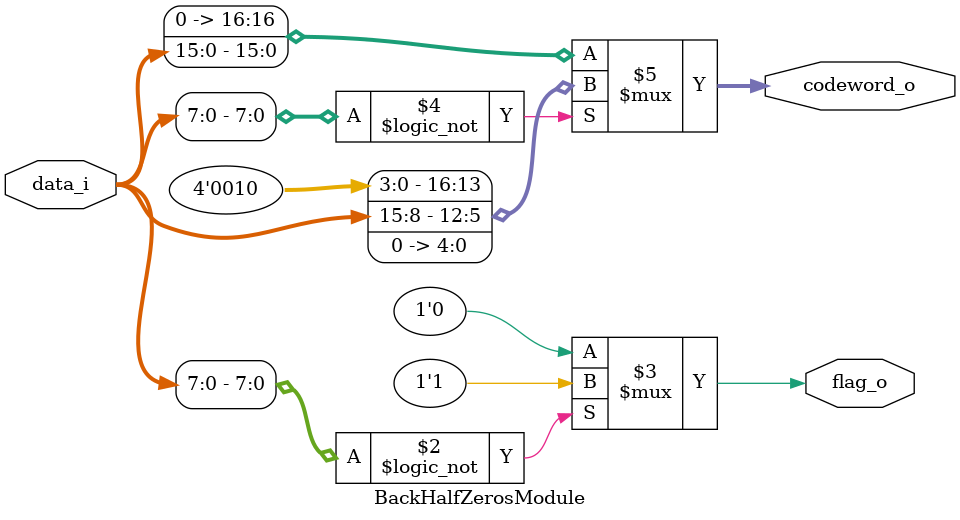
<source format=v>
module ENCODER #(
  parameter   NUM_PATTERNS  = 8,
  parameter   NUM_MODULES   = NUM_PATTERNS-1,

  parameter   LEN_ENCODE    = $clog2(NUM_PATTERNS)
)(
  input  [255:0] scanned_i,

  output [  8:0] size_o,
  output [119:0] startidx_o,
  output [271:0] codewords_o
);
  // synopsys template

  // rename input
  wire[15:0] scanned[0:15];
  genvar i;
  generate
    for (i = 0; i < 16; i = i + 1) begin : input_rename
      assign scanned[i] = scanned_i[(16 - i) * 16 - 1 : (15 - i) * 16];
    end
  endgenerate

  // instantiate BPEncoders
  wire[0:15] isZeros;
  wire[4:0] BP_sizelist[0:15];
  wire[16:0] BP_codewords[0:15];

  genvar j;
  generate
    for (j = 0; j < 16; j = j + 1) begin : BPEncoder
      BPEncoder BP_ENCODER (
        .scanned_i (scanned[j]),
        .isZero_o  (isZeros[j]),
        .size_o    (BP_sizelist[j]),
        .codeword_o(BP_codewords[j])
      );
    end
  endgenerate

  // instantiate ZRLE
  wire[79:0] ZRL_sizelist_contiguous;
  wire[4:0] ZRL_sizelist[0:15];
  wire[271:0] ZRL_codewords_contiguous;
  wire[16:0] ZRL_codewords[0:15];

  ZRLEncoder ZRL_ENCODER (
    .isZeros_i  (isZeros),
    .sizelist_o (ZRL_sizelist_contiguous),
    .codewords_o(ZRL_codewords_contiguous)
  );

  genvar k;
  generate
    for (k = 0; k < 16; k = k + 1) begin : ZRL_rename
      assign ZRL_sizelist[k] = ZRL_sizelist_contiguous[(16 - k) * 5 - 1 : (15 - k) * 5];
      assign ZRL_codewords[k] = ZRL_codewords_contiguous[(16 - k) * 17 - 1 : (15 - k) * 17];
    end
  endgenerate

  // integrate sizelists
  wire[4:0] sizelist[0:15];

  genvar integ_i, integ_j;
  generate 
    for (integ_i = 0; integ_i <= 15; integ_i = integ_i + 1) begin : integrate_sizelist_loop1
      for (integ_j = 0; integ_j <= 4; integ_j = integ_j + 1) begin : integrate_sizelist_loop2
        assign sizelist[integ_i][integ_j] = BP_sizelist[integ_i][integ_j] & ZRL_sizelist[integ_i][integ_j];
      end
    end
  endgenerate

  // integrate codewords
  wire[16:0] codewords[0:15];

  genvar integ_k, integ_l;
  generate
    for (integ_k = 0; integ_k <= 15; integ_k = integ_k + 1) begin : integrate_codewords_loop1
      for (integ_l = 0; integ_l <= 16; integ_l = integ_l + 1) begin : integrate_codewords_loop2
        assign codewords[integ_k][integ_l] = BP_codewords[integ_k][integ_l] & ZRL_codewords[integ_k][integ_l];
      end
    end
  endgenerate

  // output rename
  wire [79:0] sizelist_contiguous;
  genvar l;
  generate
    for (l = 0; l < 16; l = l + 1) begin : output_rename
      assign sizelist_contiguous[(16 - l) * 5 - 1 : (15 - l) * 5] = sizelist[l];
      assign codewords_o[(16 - l) * 17 - 1 : (15 - l) * 17] = codewords[l];
    end
  endgenerate

  // compressed size adder
  Adder   #(
    .NUM_PATTERNS   (NUM_PATTERNS)
  ) SIZE_ADDER (
    .sizelist_i(sizelist_contiguous),
    .size_o(size_o),
    .startidx_o(startidx_o)
  );

endmodule

/*** submodules ***/
module ZRLEncoder	(
  input  [0:15] isZeros_i,

  output [ 79:0] sizelist_o,
  output [271:0] codewords_o
);

  // localparams
  localparam[ 3:0] encodingBitsZero = 4'b0011;
  localparam[12:0] zeroDummyBits = 13'b0000000000000;
  localparam[ 4:0] zeroSize = 5'd4;

  localparam[ 2:0] encodingBitsZRL  = 3'b010;
  localparam[ 9:0] zrlDummyBits = 10'b0000000000;
  localparam[ 4:0] zrlSize = 5'd7;

  // rename outputs
  reg[4:0] sizelist[0:15];
  reg[16:0] codewords[0:15];

  genvar i;
  generate
    for (i = 0; i < 16; i = i + 1) begin : output_rename
      assign sizelist_o[(16 - i) * 5 - 1 : (15 - i) * 5] = sizelist[i];
      assign codewords_o[(16 - i) * 17 - 1 : (15 - i) * 17] = codewords[i];
    end
  endgenerate

  // Module #0
  always @(isZeros_i) begin
    casez (isZeros_i)
      16'b10??_????_????_???? : begin
        sizelist[0] = zeroSize;
        codewords[0] = {encodingBitsZero, zeroDummyBits};
      end

      16'b110?_????_????_???? :	begin
        sizelist[0] = zrlSize;
        codewords[0] = {encodingBitsZRL, 4'b0001, zrlDummyBits};
      end

      16'b1110_????_????_???? :	begin
        sizelist[0] = zrlSize;
        codewords[0] = {encodingBitsZRL, 4'b0010, zrlDummyBits};
      end

      16'b1111_0???_????_???? :	begin
        sizelist[0] = zrlSize;
        codewords[0] = {encodingBitsZRL, 4'b0011, zrlDummyBits};
      end

      16'b1111_10??_????_???? :	begin
        sizelist[0] = zrlSize;
        codewords[0] = {encodingBitsZRL, 4'b0100, zrlDummyBits};
      end

      16'b1111_110?_????_???? :	begin
        sizelist[0] = zrlSize;
        codewords[0] = {encodingBitsZRL, 4'b0101, zrlDummyBits};
      end

      16'b1111_1110_????_???? :	begin
        sizelist[0] = zrlSize;
        codewords[0] = {encodingBitsZRL, 4'b0110, zrlDummyBits};
      end

      16'b1111_1111_0???_???? :	begin
        sizelist[0] = zrlSize;
        codewords[0] = {encodingBitsZRL, 4'b0111, zrlDummyBits};
      end

      16'b1111_1111_10??_???? :	begin
        sizelist[0] = zrlSize;
        codewords[0] = {encodingBitsZRL, 4'b1000, zrlDummyBits};
      end

      16'b1111_1111_110?_???? :	begin
        sizelist[0] = zrlSize;
        codewords[0] = {encodingBitsZRL, 4'b1001, zrlDummyBits};
      end

      16'b1111_1111_1110_???? :	begin
        sizelist[0] = zrlSize;
        codewords[0] = {encodingBitsZRL, 4'b1010, zrlDummyBits};
      end

      16'b1111_1111_1111_0??? :	begin
        sizelist[0] = zrlSize;
        codewords[0] = {encodingBitsZRL, 4'b1011, zrlDummyBits};
      end

      16'b1111_1111_1111_10?? :	begin
        sizelist[0] = zrlSize;
        codewords[0] = {encodingBitsZRL, 4'b1100, zrlDummyBits};
      end

      16'b1111_1111_1111_110? :	begin
        sizelist[0] = zrlSize;
        codewords[0] = {encodingBitsZRL, 4'b1101, zrlDummyBits};
      end

      16'b1111_1111_1111_1110 :	begin
        sizelist[0] = zrlSize;
        codewords[0] = {encodingBitsZRL, 4'b1110, zrlDummyBits};
      end

      // 16'b1111_1111_1111_1111
      // All Zero,  No need to be implemented

      default :	begin
        sizelist[0] = 5'b11111;
        codewords[0] = 17'h1ffff;
      end
    endcase
  end

  // Module #1
  always @(isZeros_i) begin
    casez (isZeros_i)
      16'b11??_????_????_???? :	begin
        sizelist[1] = 5'd0;
        codewords[1] = 17'h00000;
      end

      16'b010?_????_????_???? :	begin
        sizelist[1] = zeroSize;
        codewords[1] = {encodingBitsZero, zeroDummyBits};
      end

      16'b0110_????_????_???? :	begin
        sizelist[1] = zrlSize;
        codewords[1] = {encodingBitsZRL, 4'b0001, zrlDummyBits};
      end

      16'b0111_0???_????_???? :	begin
        sizelist[1] = zrlSize;
        codewords[1] = {encodingBitsZRL, 4'b0010, zrlDummyBits};
      end

      16'b0111_10??_????_???? :	begin
        sizelist[1] = zrlSize;
        codewords[1] = {encodingBitsZRL, 4'b0011, zrlDummyBits};
      end

      16'b0111_110?_????_???? :	begin
        sizelist[1] = zrlSize;
        codewords[1] = {encodingBitsZRL, 4'b0100, zrlDummyBits};
      end

      16'b0111_1110_????_???? :	begin
        sizelist[1] = zrlSize;
        codewords[1] = {encodingBitsZRL, 4'b0101, zrlDummyBits};
      end

      16'b0111_1111_0???_???? :	begin
        sizelist[1] = zrlSize;
        codewords[1] = {encodingBitsZRL, 4'b0110, zrlDummyBits};
      end

      16'b0111_1111_10??_???? :	begin
        sizelist[1] = zrlSize;
        codewords[1] = {encodingBitsZRL, 4'b0111, zrlDummyBits};
      end

      16'b0111_1111_110?_???? :	begin
        sizelist[1] = zrlSize;
        codewords[1] = {encodingBitsZRL, 4'b1000, zrlDummyBits};
      end

      16'b0111_1111_1110_???? :	begin
        sizelist[1] = zrlSize;
        codewords[1] = {encodingBitsZRL, 4'b1001, zrlDummyBits};
      end

      16'b0111_1111_1111_0??? :	begin
        sizelist[1] = zrlSize;
        codewords[1] = {encodingBitsZRL, 4'b1010, zrlDummyBits};
      end

      16'b0111_1111_1111_10?? :	begin
        sizelist[1] = zrlSize;
        codewords[1] = {encodingBitsZRL, 4'b1011, zrlDummyBits};
      end

      16'b0111_1111_1111_110? :	begin
        sizelist[1] = zrlSize;
        codewords[1] = {encodingBitsZRL, 4'b1100, zrlDummyBits};
      end

      16'b0111_1111_1111_1110 :	begin
        sizelist[1] = zrlSize;
        codewords[1] = {encodingBitsZRL, 4'b1101, zrlDummyBits};
      end

      16'b0111_1111_1111_1111 :	begin
        sizelist[1] = zrlSize;
        codewords[1] = {encodingBitsZRL, 4'b1110, zrlDummyBits};
      end

      default :	begin
        sizelist[1] = 5'b11111;
        codewords[1] = 17'h1ffff;
      end
    endcase
  end

  // Module #2
  always @(isZeros_i) begin
    casez (isZeros_i)
      16'b?11?_????_????_???? :	begin
        sizelist[2] = 5'd0;
        codewords[2] = 17'h00000;
      end

      16'b?010_????_????_???? :	begin
        sizelist[2] = zeroSize;
        codewords[2] = {encodingBitsZero, zeroDummyBits};
      end

      16'b?011_0???_????_???? :	begin
        sizelist[2] = zrlSize;
        codewords[2] = {encodingBitsZRL, 4'b0001, zrlDummyBits};
      end

      16'b?011_10??_????_???? :	begin
        sizelist[2] = zrlSize;
        codewords[2] = {encodingBitsZRL, 4'b0010, zrlDummyBits};
      end

      16'b?011_110?_????_???? :	begin
        sizelist[2] = zrlSize;
        codewords[2] = {encodingBitsZRL, 4'b0011, zrlDummyBits};
      end

      16'b?011_1110_????_???? :	begin
        sizelist[2] = zrlSize;
        codewords[2] = {encodingBitsZRL, 4'b0100, zrlDummyBits};
      end

      16'b?011_1111_0???_???? :	begin
        sizelist[2] = zrlSize;
        codewords[2] = {encodingBitsZRL, 4'b0101, zrlDummyBits};
      end

      16'b?011_1111_10??_???? :	begin
        sizelist[2] = zrlSize;
        codewords[2] = {encodingBitsZRL, 4'b0110, zrlDummyBits};
      end

      16'b?011_1111_110?_???? :	begin
        sizelist[2] = zrlSize;
        codewords[2] = {encodingBitsZRL, 4'b0111, zrlDummyBits};
      end

      16'b?011_1111_1110_???? :	begin
        sizelist[2] = zrlSize;
        codewords[2] = {encodingBitsZRL, 4'b1000, zrlDummyBits};
      end

      16'b?011_1111_1111_0??? :	begin
        sizelist[2] = zrlSize;
        codewords[2] = {encodingBitsZRL, 4'b1001, zrlDummyBits};
      end

      16'b?011_1111_1111_10?? :	begin
        sizelist[2] = zrlSize;
        codewords[2] = {encodingBitsZRL, 4'b1010, zrlDummyBits};
      end

      16'b?011_1111_1111_110? :	begin
        sizelist[2] = zrlSize;
        codewords[2] = {encodingBitsZRL, 4'b1011, zrlDummyBits};
      end

      16'b?011_1111_1111_1110 :	begin
        sizelist[2] = zrlSize;
        codewords[2] = {encodingBitsZRL, 4'b1100, zrlDummyBits};
      end

      16'b?011_1111_1111_1111 :	begin
        sizelist[2] = zrlSize;
        codewords[2] = {encodingBitsZRL, 4'b1101, zrlDummyBits};
      end

      default :	begin
        sizelist[2] = 5'b11111;
        codewords[2] = 17'h1ffff;
      end
    endcase
  end

  // Module #3
  always @(isZeros_i) begin
    casez (isZeros_i)
      16'b??11_????_????_???? :	begin
        sizelist[3] = 5'd0;
        codewords[3] = 17'h00000;
      end

      16'b??01_0???_????_???? :	begin
        sizelist[3] = zeroSize;
        codewords[3] = {encodingBitsZero, zeroDummyBits};
      end

      16'b??01_10??_????_???? :	begin
        sizelist[3] = zrlSize;
        codewords[3] = {encodingBitsZRL, 4'b0001, zrlDummyBits};
      end

      16'b??01_110?_????_???? :	begin
        sizelist[3] = zrlSize;
        codewords[3] = {encodingBitsZRL, 4'b0010, zrlDummyBits};
      end

      16'b??01_1110_????_???? :	begin
        sizelist[3] = zrlSize;
        codewords[3] = {encodingBitsZRL, 4'b0011, zrlDummyBits};
      end

      16'b??01_1111_0???_???? :	begin
        sizelist[3] = zrlSize;
        codewords[3] = {encodingBitsZRL, 4'b0100, zrlDummyBits};
      end

      16'b??01_1111_10??_???? :	begin
        sizelist[3] = zrlSize;
        codewords[3] = {encodingBitsZRL, 4'b0101, zrlDummyBits};
      end

      16'b??01_1111_110?_???? :	begin
        sizelist[3] = zrlSize;
        codewords[3] = {encodingBitsZRL, 4'b0110, zrlDummyBits};
      end

      16'b??01_1111_1110_???? :	begin
        sizelist[3] = zrlSize;
        codewords[3] = {encodingBitsZRL, 4'b0111, zrlDummyBits};
      end

      16'b??01_1111_1111_0??? :	begin
        sizelist[3] = zrlSize;
        codewords[3] = {encodingBitsZRL, 4'b1000, zrlDummyBits};
      end

      16'b??01_1111_1111_10?? :	begin
        sizelist[3] = zrlSize;
        codewords[3] = {encodingBitsZRL, 4'b1001, zrlDummyBits};
      end

      16'b??01_1111_1111_110? :	begin
        sizelist[3] = zrlSize;
        codewords[3] = {encodingBitsZRL, 4'b1010, zrlDummyBits};
      end

      16'b??01_1111_1111_1110 :	begin
        sizelist[3] = zrlSize;
        codewords[3] = {encodingBitsZRL, 4'b1011, zrlDummyBits};
      end

      16'b??01_1111_1111_1111 :	begin
        sizelist[3] = zrlSize;
        codewords[3] = {encodingBitsZRL, 4'b1100, zrlDummyBits};
      end

      default :	begin
        sizelist[3] = 5'b11111;
        codewords[3] = 17'h1ffff;
      end
    endcase
  end

  // Module #4
  always @(isZeros_i) begin
    casez (isZeros_i)
      16'b???1_1???_????_???? :	begin
        sizelist[4] = 5'd0;
        codewords[4] = 17'h00000;
      end

      16'b???0_10??_????_???? :	begin
        sizelist[4] = zeroSize;
        codewords[4] = {encodingBitsZero, zeroDummyBits};
      end

      16'b???0_110?_????_???? :	begin
        sizelist[4] = zrlSize;
        codewords[4] = {encodingBitsZRL, 4'b0001, zrlDummyBits};
      end

      16'b???0_1110_????_???? :	begin
        sizelist[4] = zrlSize;
        codewords[4] = {encodingBitsZRL, 4'b0010, zrlDummyBits};
      end

      16'b???0_1111_0???_???? :	begin
        sizelist[4] = zrlSize;
        codewords[4] = {encodingBitsZRL, 4'b0011, zrlDummyBits};
      end

      16'b???0_1111_10??_???? :	begin
        sizelist[4] = zrlSize;
        codewords[4] = {encodingBitsZRL, 4'b0100, zrlDummyBits};
      end

      16'b???0_1111_110?_???? :	begin
        sizelist[4] = zrlSize;
        codewords[4] = {encodingBitsZRL, 4'b0101, zrlDummyBits};
      end

      16'b???0_1111_1110_???? :	begin
        sizelist[4] = zrlSize;
        codewords[4] = {encodingBitsZRL, 4'b0110, zrlDummyBits};
      end

      16'b???0_1111_1111_0??? :	begin
        sizelist[4] = zrlSize;
        codewords[4] = {encodingBitsZRL, 4'b0111, zrlDummyBits};
      end

      16'b???0_1111_1111_10?? :	begin
        sizelist[4] = zrlSize;
        codewords[4] = {encodingBitsZRL, 4'b1000, zrlDummyBits};
      end

      16'b???0_1111_1111_110? :	begin
        sizelist[4] = zrlSize;
        codewords[4] = {encodingBitsZRL, 4'b1001, zrlDummyBits};
      end

      16'b???0_1111_1111_1110 :	begin
        sizelist[4] = zrlSize;
        codewords[4] = {encodingBitsZRL, 4'b1010, zrlDummyBits};
      end

      16'b???0_1111_1111_1111 :	begin
        sizelist[4] = zrlSize;
        codewords[4] = {encodingBitsZRL, 4'b1011, zrlDummyBits};
      end

      default :	begin
        sizelist[4] = 5'b11111;
        codewords[4] = 17'h1ffff;
      end
    endcase
  end

  // Module #5
  always @(isZeros_i) begin
    casez (isZeros_i)
      16'b????_11??_????_???? :	begin
        sizelist[5] = 5'd0;
        codewords[5] = 17'h00000;
      end

      16'b????_010?_????_???? :	begin
        sizelist[5] = zeroSize;
        codewords[5] = {encodingBitsZero, zeroDummyBits};
      end

      16'b????_0110_????_???? :	begin
        sizelist[5] = zrlSize;
        codewords[5] = {encodingBitsZRL, 4'b0001, zrlDummyBits};
      end

      16'b????_0111_0???_???? :	begin
        sizelist[5] = zrlSize;
        codewords[5] = {encodingBitsZRL, 4'b0010, zrlDummyBits};
      end

      16'b????_0111_10??_???? :	begin
        sizelist[5] = zrlSize;
        codewords[5] = {encodingBitsZRL, 4'b0011, zrlDummyBits};
      end

      16'b????_0111_110?_???? :	begin
        sizelist[5] = zrlSize;
        codewords[5] = {encodingBitsZRL, 4'b0100, zrlDummyBits};
      end

      16'b????_0111_1110_???? :	begin
        sizelist[5] = zrlSize;
        codewords[5] = {encodingBitsZRL, 4'b0101, zrlDummyBits};
      end

      16'b????_0111_1111_0??? :	begin
        sizelist[5] = zrlSize;
        codewords[5] = {encodingBitsZRL, 4'b0110, zrlDummyBits};
      end

      16'b????_0111_1111_10?? :	begin
        sizelist[5] = zrlSize;
        codewords[5] = {encodingBitsZRL, 4'b0111, zrlDummyBits};
      end

      16'b????_0111_1111_110? :	begin
        sizelist[5] = zrlSize;
        codewords[5] = {encodingBitsZRL, 4'b1000, zrlDummyBits};
      end

      16'b????_0111_1111_1110 :	begin
        sizelist[5] = zrlSize;
        codewords[5] = {encodingBitsZRL, 4'b1001, zrlDummyBits};
      end

      16'b????_0111_1111_1111 :	begin
        sizelist[5] = zrlSize;
        codewords[5] = {encodingBitsZRL, 4'b1010, zrlDummyBits};
      end

      default :	begin
        sizelist[5] = 5'b11111;
        codewords[5] = 17'h1ffff;
      end
    endcase
  end

  // Module #6
  always @(isZeros_i) begin
    casez (isZeros_i)
      16'b????_?11?_????_???? :	begin
        sizelist[6] = 5'd0;
        codewords[6] = 17'h00000;
      end

      16'b????_?010_????_???? :	begin
        sizelist[6] = zeroSize;
        codewords[6] = {encodingBitsZero, zeroDummyBits};
      end

      16'b????_?011_0???_???? :	begin
        sizelist[6] = zrlSize;
        codewords[6] = {encodingBitsZRL, 4'b0001, zrlDummyBits};
      end

      16'b????_?011_10??_???? :	begin
        sizelist[6] = zrlSize;
        codewords[6] = {encodingBitsZRL, 4'b0010, zrlDummyBits};
      end

      16'b????_?011_110?_???? :	begin
        sizelist[6] = zrlSize;
        codewords[6] = {encodingBitsZRL, 4'b0011, zrlDummyBits};
      end

      16'b????_?011_1110_???? :	begin
        sizelist[6] = zrlSize;
        codewords[6] = {encodingBitsZRL, 4'b0100, zrlDummyBits};
      end

      16'b????_?011_1111_0??? :	begin
        sizelist[6] = zrlSize;
        codewords[6] = {encodingBitsZRL, 4'b0101, zrlDummyBits};
      end

      16'b????_?011_1111_10?? :	begin
        sizelist[6] = zrlSize;
        codewords[6] = {encodingBitsZRL, 4'b0110, zrlDummyBits};
      end

      16'b????_?011_1111_110? :	begin
        sizelist[6] = zrlSize;
        codewords[6] = {encodingBitsZRL, 4'b0111, zrlDummyBits};
      end

      16'b????_?011_1111_1110 :	begin
        sizelist[6] = zrlSize;
        codewords[6] = {encodingBitsZRL, 4'b1000, zrlDummyBits};
      end

      16'b????_?011_1111_1111 :	begin
        sizelist[6] = zrlSize;
        codewords[6] = {encodingBitsZRL, 4'b1001, zrlDummyBits};
      end

      default :	begin
        sizelist[6] = 5'b11111;
        codewords[6] = 17'h1ffff;
      end
    endcase
  end

  // Module #7
  always @(isZeros_i) begin
    casez (isZeros_i)
      16'b????_??11_????_???? :	begin
        sizelist[7] = 5'd0;
        codewords[7] = 17'h00000;
      end

      16'b????_??01_0???_???? :	begin
        sizelist[7] = zeroSize;
        codewords[7] = {encodingBitsZero, zeroDummyBits};
      end

      16'b????_??01_10??_???? :	begin
        sizelist[7] = zrlSize;
        codewords[7] = {encodingBitsZRL, 4'b0001, zrlDummyBits};
      end

      16'b????_??01_110?_???? :	begin
        sizelist[7] = zrlSize;
        codewords[7] = {encodingBitsZRL, 4'b0010, zrlDummyBits};
      end

      16'b????_??01_1110_???? :	begin
        sizelist[7] = zrlSize;
        codewords[7] = {encodingBitsZRL, 4'b0011, zrlDummyBits};
      end

      16'b????_??01_1111_0??? :	begin
        sizelist[7] = zrlSize;
        codewords[7] = {encodingBitsZRL, 4'b0100, zrlDummyBits};
      end

      16'b????_??01_1111_10?? :	begin
        sizelist[7] = zrlSize;
        codewords[7] = {encodingBitsZRL, 4'b0101, zrlDummyBits};
      end

      16'b????_??01_1111_110? :	begin
        sizelist[7] = zrlSize;
        codewords[7] = {encodingBitsZRL, 4'b0110, zrlDummyBits};
      end

      16'b????_??01_1111_1110 :	begin
        sizelist[7] = zrlSize;
        codewords[7] = {encodingBitsZRL, 4'b0111, zrlDummyBits};
      end

      16'b????_??01_1111_1111 :	begin
        sizelist[7] = zrlSize;
        codewords[7] = {encodingBitsZRL, 4'b1000, zrlDummyBits};
      end

      default :	begin
        sizelist[7] = 5'b11111;
        codewords[7] = 17'h1ffff;
      end
    endcase
  end

  // Module #8
  always @(isZeros_i) begin
    casez (isZeros_i)
      16'b????_???1_1???_???? :	begin
        sizelist[8] = 5'd0;
        codewords[8] = 17'h00000;
      end

      16'b????_???0_10??_???? :	begin
        sizelist[8] = zeroSize;
        codewords[8] = {encodingBitsZero, zeroDummyBits};
      end

      16'b????_???0_110?_???? :	begin
        sizelist[8] = zrlSize;
        codewords[8] = {encodingBitsZRL, 4'b0001, zrlDummyBits};
      end

      16'b????_???0_1110_???? :	begin
        sizelist[8] = zrlSize;
        codewords[8] = {encodingBitsZRL, 4'b0010, zrlDummyBits};
      end

      16'b????_???0_1111_0??? :	begin
        sizelist[8] = zrlSize;
        codewords[8] = {encodingBitsZRL, 4'b0011, zrlDummyBits};
      end

      16'b????_???0_1111_10?? :	begin
        sizelist[8] = zrlSize;
        codewords[8] = {encodingBitsZRL, 4'b0100, zrlDummyBits};
      end

      16'b????_???0_1111_110? :	begin
        sizelist[8] = zrlSize;
        codewords[8] = {encodingBitsZRL, 4'b0101, zrlDummyBits};
      end

      16'b????_???0_1111_1110 :	begin
        sizelist[8] = zrlSize;
        codewords[8] = {encodingBitsZRL, 4'b0110, zrlDummyBits};
      end

      16'b????_???0_1111_1111 :	begin
        sizelist[8] = zrlSize;
        codewords[8] = {encodingBitsZRL, 4'b0111, zrlDummyBits};
      end

      default :	begin
        sizelist[8] = 5'b11111;
        codewords[8] = 17'h1ffff;
      end
    endcase
  end

  // Module #9
  always @(isZeros_i) begin
    casez (isZeros_i)
      16'b????_????_11??_???? :	begin
        sizelist[9] = 5'd0;
        codewords[9] = 17'h00000;
      end

      16'b????_????_010?_???? :	begin
        sizelist[9] = zeroSize;
        codewords[9] = {encodingBitsZero, zeroDummyBits};
      end

      16'b????_????_0110_???? :	begin
        sizelist[9] = zrlSize;
        codewords[9] = {encodingBitsZRL, 4'b0001, zrlDummyBits};
      end

      16'b????_????_0111_0??? :	begin
        sizelist[9] = zrlSize;
        codewords[9] = {encodingBitsZRL, 4'b0010, zrlDummyBits};
      end

      16'b????_????_0111_10?? :	begin
        sizelist[9] = zrlSize;
        codewords[9] = {encodingBitsZRL, 4'b0011, zrlDummyBits};
      end

      16'b????_????_0111_110? :	begin
        sizelist[9] = zrlSize;
        codewords[9] = {encodingBitsZRL, 4'b0100, zrlDummyBits};
      end

      16'b????_????_0111_1110 :	begin
        sizelist[9] = zrlSize;
        codewords[9] = {encodingBitsZRL, 4'b0101, zrlDummyBits};
      end

      16'b????_????_0111_1111 :	begin
        sizelist[9] = zrlSize;
        codewords[9] = {encodingBitsZRL, 4'b0110, zrlDummyBits};
      end

      default :	begin
        sizelist[9] = 5'b11111;
        codewords[9] = 17'h1ffff;
      end
    endcase
  end

  // Module #10
  always @(isZeros_i) begin
    casez (isZeros_i)
      16'b????_????_?11?_???? :	begin
        sizelist[10] = 5'd0;
        codewords[10] = 17'h0000;
      end

      16'b????_????_?010_???? :	begin
        sizelist[10] = zeroSize;
        codewords[10] = {encodingBitsZero, zeroDummyBits};
      end

      16'b????_????_?011_0??? :	begin
        sizelist[10] = zrlSize;
        codewords[10] = {encodingBitsZRL, 4'b0001, zrlDummyBits};
      end

      16'b????_????_?011_10?? :	begin
        sizelist[10] = zrlSize;
        codewords[10] = {encodingBitsZRL, 4'b0010, zrlDummyBits};
      end

      16'b????_????_?011_110? :	begin
        sizelist[10] = zrlSize;
        codewords[10] = {encodingBitsZRL, 4'b0011, zrlDummyBits};
      end

      16'b????_????_?011_1110 :	begin
        sizelist[10] = zrlSize;
        codewords[10] = {encodingBitsZRL, 4'b0100, zrlDummyBits};
      end

      16'b????_????_?011_1111 :	begin
        sizelist[10] = zrlSize;
        codewords[10] = {encodingBitsZRL, 4'b0101, zrlDummyBits};
      end

      default :	begin
        sizelist[10] = 5'b11111;
        codewords[10] = 17'h1ffff;
      end
    endcase
  end

  // Module #11
  always @(isZeros_i) begin
    casez (isZeros_i)
      16'b????_????_??11_???? :	begin
        sizelist[11] = 5'd0;
        codewords[11] = 17'h00000;
      end

      16'b????_????_??01_0??? :	begin
        sizelist[11] = zeroSize;
        codewords[11] = {encodingBitsZero, zeroDummyBits};
      end

      16'b????_????_??01_10?? :	begin
        sizelist[11] = zrlSize;
        codewords[11] = {encodingBitsZRL, 4'b0001, zrlDummyBits};
      end

      16'b????_????_??01_110? :	begin
        sizelist[11] = zrlSize;
        codewords[11] = {encodingBitsZRL, 4'b0010, zrlDummyBits};
      end

      16'b????_????_??01_1110 :	begin
        sizelist[11] = zrlSize;
        codewords[11] = {encodingBitsZRL, 4'b0011, zrlDummyBits};
      end

      16'b????_????_??01_1111 :	begin
        sizelist[11] = zrlSize;
        codewords[11] = {encodingBitsZRL, 4'b0100, zrlDummyBits};
      end

      default :	begin
        sizelist[11] = 5'b11111;
        codewords[11] = 17'h1ffff;
      end
    endcase
  end

  // Module #12
  always @(isZeros_i) begin
    casez (isZeros_i)
      16'b????_????_???1_1??? :	begin
        sizelist[12] = 5'd0;
        codewords[12] = 17'h00000;
      end

      16'b????_????_???0_10?? :	begin
        sizelist[12] = zeroSize;
        codewords[12] = {encodingBitsZero, zeroDummyBits};
      end

      16'b????_????_???0_110? :	begin
        sizelist[12] = zrlSize;
        codewords[12] = {encodingBitsZRL, 4'b0001, zrlDummyBits};
      end

      16'b????_????_???0_1110 :	begin
        sizelist[12] = zrlSize;
        codewords[12] = {encodingBitsZRL, 4'b0010, zrlDummyBits};
      end

      16'b????_????_???0_1111 :	begin
        sizelist[12] = zrlSize;
        codewords[12] = {encodingBitsZRL, 4'b0011, zrlDummyBits};
      end

      default :	begin
        sizelist[12] = 5'b11111;
        codewords[12] = 17'h1ffff;
      end
    endcase
  end

  // Module #13
  always @(isZeros_i) begin
    casez (isZeros_i)
      16'b????_????_????_11?? :	begin
        sizelist[13] = 5'd0;
        codewords[13] = 17'h00000;
      end

      16'b????_????_????_010? :	begin
        sizelist[13] = zeroSize;
        codewords[13] = {encodingBitsZero, zeroDummyBits};
      end

      16'b????_????_????_0110 :	begin
        sizelist[13] = zrlSize;
        codewords[13] = {encodingBitsZRL, 4'b0001, zrlDummyBits};
      end

      16'b????_????_????_0111 :	begin
        sizelist[13] = zrlSize;
        codewords[13] = {encodingBitsZRL, 4'b0010, zrlDummyBits};
      end

      default :	begin
        sizelist[13] = 5'b11111;
        codewords[13] = 17'h1ffff;
      end
    endcase
  end

  // Module #14
  always @(isZeros_i) begin
    casez (isZeros_i)
      16'b????_????_????_?11? :	begin
        sizelist[14] = 5'd0;
        codewords[14] = 17'h00000;
      end

      16'b????_????_????_?010 :	begin
        sizelist[14] = zeroSize;
        codewords[14] = {encodingBitsZero, zeroDummyBits};
      end

      16'b????_????_????_?011 :	begin
        sizelist[14] = zrlSize;
        codewords[14] = {encodingBitsZRL, 4'b0001, zrlDummyBits};
      end

      default :	begin
        sizelist[14] = 5'b11111;
        codewords[14] = 17'h1ffff;
      end
    endcase
  end

  // Module #15
  always @(isZeros_i) begin
    casez (isZeros_i)
      16'b????_????_????_??11 :	begin
        sizelist[15] = 5'd0;
        codewords[15] = 17'h00000;
      end

      16'b????_????_????_??01 :	begin
        sizelist[15] = zeroSize;
        codewords[15] = {encodingBitsZero, zeroDummyBits};
      end

      default :	begin
        sizelist[15] = 5'b11111;
        codewords[15] = 17'h1ffff;
      end
    endcase
  end

endmodule

module Adder #(
  parameter   NUM_PATTERNS  = 8,

  parameter   LEN_ENCODE    = $clog2(NUM_PATTERNS)
)(
  input [79:0] sizelist_i,

  output [8:0] size_o,
  output [119:0] startidx_o
);
  // synopsys template
  wire [4:0] sizelist [0:15];
  reg [8:0] size;
  reg [7:0] startidx [1:15];

  genvar i;
  generate
    for (i = 0; i < 16; i = i + 1) begin : input_rename
      assign sizelist[i] = sizelist_i[(16-i)*5 - 1:(15-i)*5];
    end
  endgenerate

  integer j;
  always @(*) begin
    startidx[1] = sizelist[0];
    for (j = 2; j < 16; j = j + 1) begin
      startidx[j] = startidx[j - 1] + sizelist[j - 1];
    end
    size = startidx[15] + sizelist[15] + LEN_ENCODE;
  end

  genvar k;
  generate
    for (k = 1; k < 16; k = k + 1) begin : output_rename
      assign startidx_o[(16-k)*8 - 1:(15-k)*8] = startidx[k];
    end
  endgenerate
  assign size_o = size;
endmodule

module BPEncoder (
  input  [15:0] scanned_i,

  output        isZero_o,
  output [ 4:0] size_o,
  output [16:0] codeword_o
);

  wire is_zero;
  wire is_singleOne;
  wire is_doubleConsecOnes;
  wire is_frontHalfZeros;
  wire is_backHalfZeros;

  wire[16:0] zeroCodeword;
  wire[16:0] singleOneCodeword;
  wire[16:0] doubleConsecOnesCodeword;
  wire[16:0] frontHalfZerosCodeword;
  wire[16:0] backHalfZerosCodeword;

  // pattern check modules
  ZerosModule ZEROS (
    .data_i    (scanned_i),
    .flag_o    (is_zero),
    .codeword_o(zeroCodeword)
  );

  SingleOneModule SINGLE (
    .data_i    (scanned_i),
    .flag_o    (is_singleOne),
    .codeword_o(singleOneCodeword)
  );

  DoubleConsecOnesModule DOUBLE (
    .data_i    (scanned_i),
    .flag_o    (is_doubleConsecOnes),
    .codeword_o(doubleConsecOnesCodeword)
  );

  FrontHalfZerosModule FRONT_ZEROS (
    .data_i    (scanned_i),
    .flag_o    (is_frontHalfZeros),
    .codeword_o(frontHalfZerosCodeword)
  );

  BackHalfZerosModule BACK_ZEROS (
    .data_i    (scanned_i),
    .flag_o    (is_backHalfZeros),
    .codeword_o(backHalfZerosCodeword)
  );

  assign isZero_o = is_zero;

  // priority encoder
  wire[2:0] selectBits;
  PriorityEncoder PRIO_ENC (
    .is_zero_i            (is_zero),
    .is_singleOne_i       (is_singleOne),
    .is_doubleConsecOnes_i(is_doubleConsecOnes),
    .is_frontHalfZeros_i  (is_frontHalfZeros),
    .is_backHalfZeros_i   (is_backHalfZeros),
    .selectBits_o         (selectBits)
  );

  // codeword MUX
  CodewordMUX CODEWORD_MUX (
    .scanned_i                 (scanned_i),
    .selectBits_i              (selectBits),
    .zeroCodeword_i            (zeroCodeword),
    .singleOneCodeword_i       (singleOneCodeword),
    .doubleConsecOnesCodeword_i(doubleConsecOnesCodeword),
    .frontHalfZerosCodeword_i  (frontHalfZerosCodeword),
    .backHalfZerosCodeword_i   (backHalfZerosCodeword),
    .codeword_o                (codeword_o)
  );

  // size MUX
  SizeMUX SIZE_MUX (
    .selectBits_i(selectBits),
    .size_o      (size_o)
  );

endmodule

/*** submodules of BPEncoder ***/
module PriorityEncoder (
  input is_zero_i,
  input is_singleOne_i,
  input is_doubleConsecOnes_i,
  input is_frontHalfZeros_i,
  input is_backHalfZeros_i,

  output reg [2:0] selectBits_o
);

  wire[4:0] flags = {
    is_zero_i,
    is_singleOne_i,
    is_doubleConsecOnes_i,
    is_frontHalfZeros_i,
    is_backHalfZeros_i
  };

  always @(*) begin
    casez (flags)
      5'b1???? : selectBits_o = 3'b000;	// zeros
      5'b01??? : selectBits_o = 3'b001;	// single one
      5'b001?? : selectBits_o = 3'b010; // double consecutive ones
      5'b0001? : selectBits_o = 3'b011; // front half zeros
      5'b00001 : selectBits_o = 3'b100; // back half zeros
      5'b00000 : selectBits_o = 3'b101; // default
    endcase
  end

endmodule

module CodewordMUX (
  input [15:0] scanned_i,
  input [ 2:0] selectBits_i,

  input [16:0] zeroCodeword_i,
  input [16:0] singleOneCodeword_i,
  input [16:0] doubleConsecOnesCodeword_i,
  input [16:0] frontHalfZerosCodeword_i,
  input [16:0] backHalfZerosCodeword_i,

  output reg [16:0] codeword_o
);

  always @(*) begin
    case (selectBits_i)
      3'b000  : codeword_o = zeroCodeword_i;
      3'b001  : codeword_o = singleOneCodeword_i;
      3'b010  : codeword_o = doubleConsecOnesCodeword_i;
      3'b011  : codeword_o = frontHalfZerosCodeword_i;
      3'b100  : codeword_o = backHalfZerosCodeword_i;
      3'b101  : codeword_o = {1'b1, scanned_i};
      default : codeword_o = 17'd0;
    endcase
  end

endmodule

module SizeMUX (
  input [2:0]  selectBits_i,

  output reg [4:0] size_o
);

  always @(*) begin
    case (selectBits_i)
      3'b000  : size_o = 5'b11111;	// for convenient AND-operation
      3'b001  : size_o = 5'd7;
      3'b010  : size_o = 5'd8;
      3'b011  : size_o = 5'd12;
      3'b100  : size_o = 5'd12;
      3'b101  : size_o = 5'd17;
      default : size_o = 5'd0;
    endcase
  end

endmodule

module ZerosModule (
  input [15:0] data_i,

  output        flag_o,
  output [16:0] codeword_o
);

  assign codeword_o = (data_i == 16'h0000) ? 17'h1ffff : {1'b0, data_i};	// for conveninent AND-operation
  assign flag_o = (data_i == 16'h0000) ? 1'b1 : 1'b0;

endmodule

module SingleOneModule (
  input [15:0] data_i,

  output reg        flag_o,
  output reg [16:0] codeword_o
);

  localparam[2:0] encoding_bits = 3'b011;
  localparam[9:0] dummy_bits = 10'b0000000000;

  always @(*) begin
    case (data_i)
      16'b1000_0000_0000_0000 : begin
        flag_o = 1'b1;
        codeword_o = {encoding_bits, 4'b0000, dummy_bits};
      end

      16'b0100_0000_0000_0000 :	begin
        flag_o = 1'b1;
        codeword_o = {encoding_bits, 4'b0001, dummy_bits};
      end

      16'b0010_0000_0000_0000 :	begin
        flag_o = 1'b1;
        codeword_o = {encoding_bits, 4'b0010, dummy_bits};
      end

      16'b0001_0000_0000_0000 :	begin
        flag_o = 1'b1;
        codeword_o = {encoding_bits, 4'b0011, dummy_bits};
      end

      16'b0000_1000_0000_0000 :	begin
        flag_o = 1'b1;
        codeword_o = {encoding_bits, 4'b0100, dummy_bits};
      end

      16'b0000_0100_0000_0000 :	begin
        flag_o = 1'b1;
        codeword_o = {encoding_bits, 4'b0101, dummy_bits};
      end

      16'b0000_0010_0000_0000 :	begin
        flag_o = 1'b1;
        codeword_o = {encoding_bits, 4'b0110, dummy_bits};
      end

      16'b0000_0001_0000_0000 :	begin
        flag_o = 1'b1;
        codeword_o = {encoding_bits, 4'b0111, dummy_bits};
      end

      16'b0000_0000_1000_0000 :	begin
        flag_o = 1'b1;
        codeword_o = {encoding_bits, 4'b1000, dummy_bits};
      end

      16'b0000_0000_0100_0000 :	begin
        flag_o = 1'b1;
        codeword_o = {encoding_bits, 4'b1001, dummy_bits};
      end

      16'b0000_0000_0010_0000 :	begin
        flag_o = 1'b1;
        codeword_o = {encoding_bits, 4'b1010, dummy_bits};
      end

      16'b0000_0000_0001_0000 :	begin
        flag_o = 1'b1;
        codeword_o = {encoding_bits, 4'b1011, dummy_bits};
      end

      16'b0000_0000_0000_1000 :	begin
        flag_o = 1'b1;
        codeword_o = {encoding_bits, 4'b1100, dummy_bits};
      end

      16'b0000_0000_0000_0100 :	begin
        flag_o = 1'b1;
        codeword_o = {encoding_bits, 4'b1101, dummy_bits};
      end

      16'b0000_0000_0000_0010 :	begin
        flag_o = 1'b1;
        codeword_o = {encoding_bits, 4'b1110, dummy_bits};
      end

      16'b0000_0000_0000_0001 :	begin
        flag_o = 1'b1;
        codeword_o = {encoding_bits, 4'b1111, dummy_bits};
      end

      default :	begin
        flag_o = 1'b0;
        codeword_o = {1'b0, data_i};
      end
    endcase
  end

endmodule

module DoubleConsecOnesModule (
  input [15:0] data_i,

  output reg        flag_o,
  output reg [16:0] codeword_o
);

  localparam[3:0] encoding_bits = 4'b0000;
  localparam[8:0] dummy_bits = 9'b000000000;

  always @(*) begin
    case (data_i)
      16'b1100_0000_0000_0000 :	begin
        flag_o = 1'b1;
        codeword_o = {encoding_bits, 4'b0000, dummy_bits};
      end

      16'b0110_0000_0000_0000 :	begin
        flag_o = 1'b1;
        codeword_o = {encoding_bits, 4'b0001, dummy_bits};
      end

      16'b0011_0000_0000_0000 :	begin
        flag_o = 1'b1;
        codeword_o = {encoding_bits, 4'b0010, dummy_bits};
      end

      16'b0001_1000_0000_0000 :	begin
        flag_o = 1'b1;
        codeword_o = {encoding_bits, 4'b0011, dummy_bits};
      end

      16'b0000_1100_0000_0000 :	begin
        flag_o = 1'b1;
        codeword_o = {encoding_bits, 4'b0100, dummy_bits};
      end

      16'b0000_0110_0000_0000 :	begin
        flag_o = 1'b1;
        codeword_o = {encoding_bits, 4'b0101, dummy_bits};
      end

      16'b0000_0011_0000_0000 :	begin
        flag_o = 1'b1;
        codeword_o = {encoding_bits, 4'b0110, dummy_bits};
      end

      16'b0000_0001_1000_0000 :	begin
        flag_o = 1'b1;
        codeword_o = {encoding_bits, 4'b0111, dummy_bits};
      end

      16'b0000_0000_1100_0000 :	begin
        flag_o = 1'b1;
        codeword_o = {encoding_bits, 4'b1000, dummy_bits};
      end

      16'b0000_0000_0110_0000 :	begin
        flag_o = 1'b1;
        codeword_o = {encoding_bits, 4'b1001, dummy_bits};
      end

      16'b0000_0000_0011_0000 :	begin
        flag_o = 1'b1;
        codeword_o = {encoding_bits, 4'b1010, dummy_bits};
      end

      16'b0000_0000_0001_1000 :	begin
        flag_o = 1'b1;
        codeword_o = {encoding_bits, 4'b1011, dummy_bits};
      end

      16'b0000_0000_0000_1100 :	begin
        flag_o = 1'b1;
        codeword_o = {encoding_bits, 4'b1100, dummy_bits};
      end

      16'b0000_0000_0000_0110 :	begin
        flag_o = 1'b1;
        codeword_o = {encoding_bits, 4'b1101, dummy_bits};
      end

      16'b0000_0000_0000_0011 :	begin
        flag_o = 1'b1;
        codeword_o = {encoding_bits, 4'b1110, dummy_bits};
      end

      default: begin
        flag_o = 1'b0;
        codeword_o = {1'b0, data_i};
      end
    endcase
  end

endmodule

module FrontHalfZerosModule (
  input [15:0] data_i,

  output        flag_o,
  output [16:0] codeword_o
);

  localparam[3:0] encoding_bits = 4'b0001;
  localparam[4:0] dummy_bits = 5'b00000;

  assign flag_o = (data_i[15:8] == 8'h00) ? 1'b1 : 1'b0;
  assign codeword_o = (data_i[15:8] == 8'h00) ? {encoding_bits, data_i[7:0], dummy_bits} : {1'b0, data_i};

endmodule

module BackHalfZerosModule (
  input [15:0] data_i,

  output        flag_o,
  output [16:0] codeword_o
);

  localparam[3:0] encoding_bits = 4'b0010;
  localparam[4:0] dummy_bits = 5'b00000;

  assign flag_o = (data_i[7:0] == 8'h00) ? 1'b1 : 1'b0;
  assign codeword_o = (data_i[7:0] == 8'h00) ? {encoding_bits, data_i[15:8], dummy_bits} : {1'b0, data_i};

endmodule


</source>
